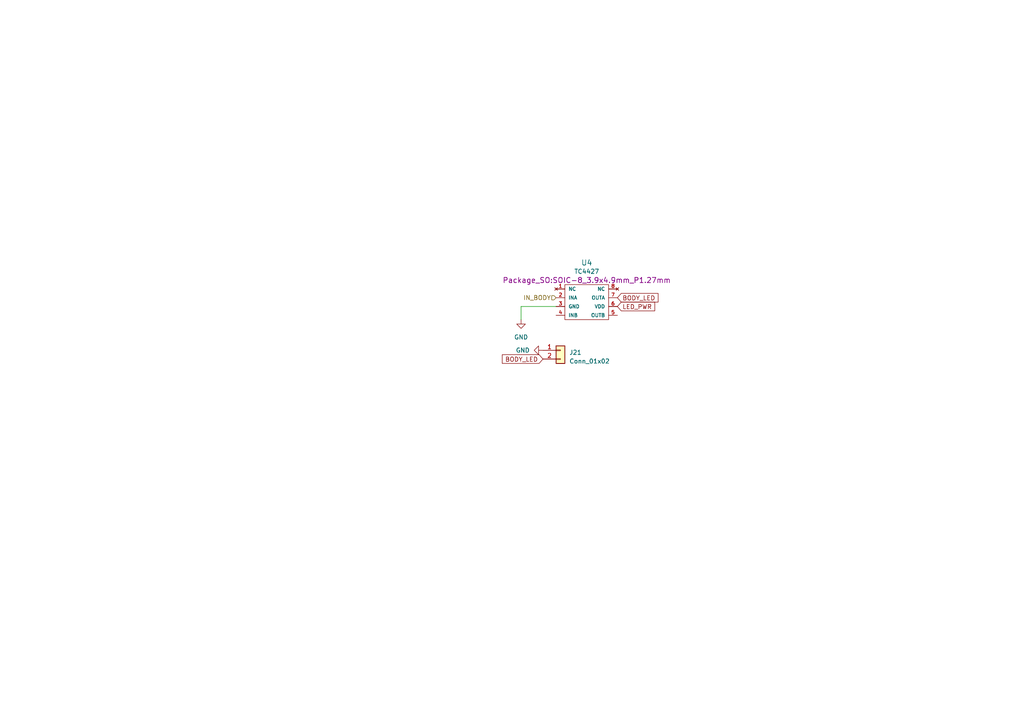
<source format=kicad_sch>
(kicad_sch (version 20231120) (generator "eeschema") (generator_version "8.0")
  (paper "A4")
  (lib_symbols
    (symbol "Connector_Generic:Conn_01x02" (pin_names (offset 1.016) hide)
      (property "Reference" "J" (at 0 2.54 0))
      (property "Value" "Conn_01x02" (at 0 -5.08 0))
      (symbol "Conn_01x02_1_1"
        (rectangle (start -1.27 -2.413) (end 0 -2.667) (stroke (width 0.1524)))
        (rectangle (start -1.27 0.127) (end 0 -0.127) (stroke (width 0.1524)))
        (rectangle (start -1.27 1.27) (end 1.27 -3.81) (stroke (width 0.254)) (fill (type background)))
        (pin passive line (at -5.08 0 0) (length 3.81) (name "Pin_1") (number "1"))
        (pin passive line (at -5.08 -2.54 0) (length 3.81) (name "Pin_2") (number "2"))
      )
    )
    (symbol "Driver_FET2:TC4427" (pin_names (offset 1.016))
      (property "Reference" "U" (at 0 6.35 0))
      (property "Value" "TC4427" (at 0 -6.35 0))
      (symbol "TC4427_0_1"
        (rectangle (start -6.35 5.08) (end 6.35 -5.08))
      )
      (symbol "TC4427_1_1"
        (pin no_connect line (at -8.89 3.81 0) (length 2.54) (name "NC") (number "1"))
        (pin input line (at -8.89 1.27 0) (length 2.54) (name "INA") (number "2"))
        (pin power_in line (at -8.89 -1.27 0) (length 2.54) (name "GND") (number "3"))
        (pin input line (at -8.89 -3.81 0) (length 2.54) (name "INB") (number "4"))
        (pin output line (at 8.89 -3.81 180) (length 2.54) (name "OUTB") (number "5"))
        (pin power_in line (at 8.89 -1.27 180) (length 2.54) (name "VDD") (number "6"))
        (pin output line (at 8.89 1.27 180) (length 2.54) (name "OUTA") (number "7"))
        (pin no_connect line (at 8.89 3.81 180) (length 2.54) (name "NC") (number "8"))
      )
    )
    (symbol "power:GND" (power) (pin_names (offset 0))
      (property "Value" "GND" (at 0 -3.81 0))
      (symbol "GND_0_1"
        (polyline (pts (xy 0 0) (xy 0 -1.27) (xy 1.27 -1.27) (xy 0 -2.54) (xy -1.27 -1.27) (xy 0 -1.27)))
      )
      (symbol "GND_1_1"
        (pin power_in line (at 0 0 270) (length 0) hide (name "GND") (number "1"))
      )
    )
  )
  (wire (pts (xy 151.13 88.9) (xy 151.13 92.71)))
  (wire (pts (xy 151.13 88.9) (xy 161.29 88.9)))
  (global_label "BODY_LED" (shape input) (at 157.48 104.14 180) (property "Intersheetrefs" "${INTERSHEET_REFS}" (effects (hide yes))))
  (global_label "BODY_LED" (shape input) (at 179.07 86.36 0) (property "Intersheetrefs" "${INTERSHEET_REFS}" (effects (hide yes))))
  (global_label "LED_PWR" (shape input) (at 179.07 88.9 0) (property "Intersheetrefs" "${INTERSHEET_REFS}" (effects (hide yes))))
  (hierarchical_label "IN_BODY" (shape input) (at 161.29 86.36 180))
  (symbol (lib_id "Connector_Generic:Conn_01x02") (at 162.56 101.6 0) (unit 1)
    (property "Reference" "J21" (at 165.1 102.235 0) (effects (justify left)))
    (property "Value" "Conn_01x02" (at 165.1 104.775 0) (effects (justify left)))
    (property "Footprint" "Connector_JST:JST_XH_B2B-XH-A_1x02_P2.50mm_Vertical" (effects (hide yes)))
  )
  (symbol (lib_id "Driver_FET2:TC4427") (at 170.18 87.63 0) (unit 1)
    (property "Reference" "U4" (at 170.18 76.2 0) (effects (font (size 1.524 1.524))))
    (property "Value" "TC4427" (at 170.18 78.74 0))
    (property "Footprint" "Package_SO:SOIC-8_3.9x4.9mm_P1.27mm" (at 170.18 81.28 0) (effects (font (size 1.524 1.524))))
  )
  (symbol (lib_id "power:GND") (at 151.13 92.71 0) (unit 1)
    (property "Reference" "#PWR055" (effects (hide yes)))
    (property "Value" "GND" (at 151.13 97.79 0))
  )
  (symbol (lib_id "power:GND") (at 157.48 101.6 270) (unit 1)
    (property "Reference" "#PWR056" (effects (hide yes)))
    (property "Value" "GND" (at 153.67 101.5999 90) (effects (justify right)))
  )
)
</source>
